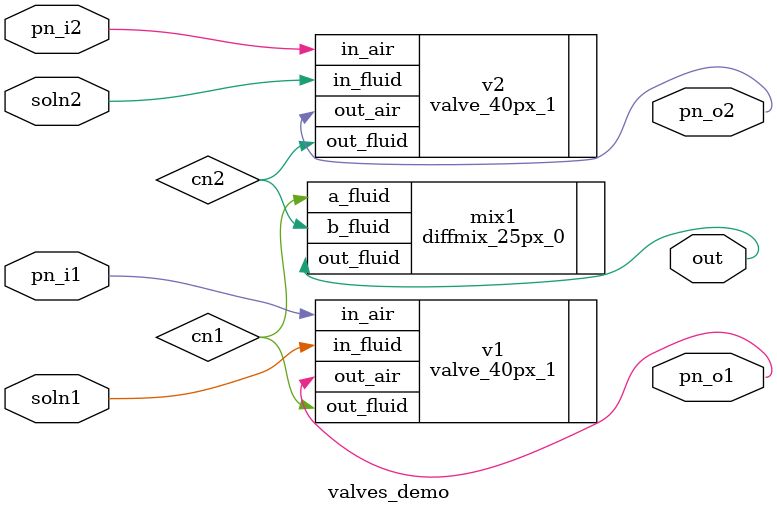
<source format=v>
module valves_demo (
  soln1,
  soln2,
  out,
  pn_i1,
  pn_i2,
  pn_o1,
  pn_o2
);

input soln1, soln2, pn_i1, pn_i2 ;
output out, pn_o1, pn_o2;
wire cn1, cn2 ;

valve_40px_1 v1       (.in_fluid(soln1), .out_fluid(cn1), .in_air(pn_i1), .out_air(pn_o1)) ;
valve_40px_1 v2       (.in_fluid(soln2), .out_fluid(cn2), .in_air(pn_i2), .out_air(pn_o2)) ;
diffmix_25px_0 mix1 (.a_fluid(cn1), .b_fluid(cn2), .out_fluid(out)) ;

endmodule

</source>
